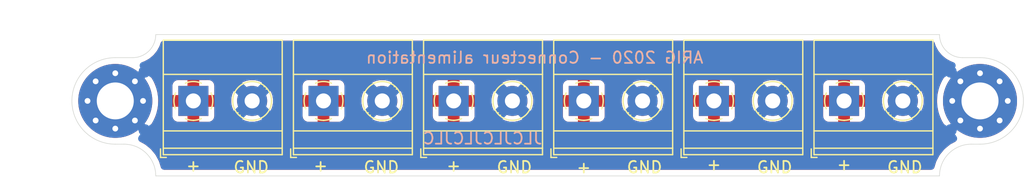
<source format=kicad_pcb>
(kicad_pcb (version 20171130) (host pcbnew 5.1.9-1.fc32)

  (general
    (thickness 1.6)
    (drawings 28)
    (tracks 0)
    (zones 0)
    (modules 8)
    (nets 3)
  )

  (page A4)
  (layers
    (0 F.Cu signal)
    (31 B.Cu signal)
    (32 B.Adhes user)
    (33 F.Adhes user)
    (34 B.Paste user)
    (35 F.Paste user)
    (36 B.SilkS user)
    (37 F.SilkS user)
    (38 B.Mask user)
    (39 F.Mask user)
    (40 Dwgs.User user)
    (41 Cmts.User user)
    (42 Eco1.User user)
    (43 Eco2.User user)
    (44 Edge.Cuts user)
    (45 Margin user)
    (46 B.CrtYd user)
    (47 F.CrtYd user)
    (48 B.Fab user hide)
    (49 F.Fab user hide)
  )

  (setup
    (last_trace_width 0.25)
    (trace_clearance 0.2)
    (zone_clearance 0.508)
    (zone_45_only no)
    (trace_min 0.2)
    (via_size 0.8)
    (via_drill 0.4)
    (via_min_size 0.4)
    (via_min_drill 0.3)
    (uvia_size 0.3)
    (uvia_drill 0.1)
    (uvias_allowed no)
    (uvia_min_size 0.2)
    (uvia_min_drill 0.1)
    (edge_width 0.05)
    (segment_width 0.2)
    (pcb_text_width 0.3)
    (pcb_text_size 1.5 1.5)
    (mod_edge_width 0.12)
    (mod_text_size 1 1)
    (mod_text_width 0.15)
    (pad_size 1.524 1.524)
    (pad_drill 0.762)
    (pad_to_mask_clearance 0)
    (aux_axis_origin 0 0)
    (visible_elements FFFFFF7F)
    (pcbplotparams
      (layerselection 0x010fc_ffffffff)
      (usegerberextensions false)
      (usegerberattributes true)
      (usegerberadvancedattributes true)
      (creategerberjobfile true)
      (excludeedgelayer true)
      (linewidth 0.100000)
      (plotframeref false)
      (viasonmask false)
      (mode 1)
      (useauxorigin false)
      (hpglpennumber 1)
      (hpglpenspeed 20)
      (hpglpendiameter 15.000000)
      (psnegative false)
      (psa4output false)
      (plotreference true)
      (plotvalue true)
      (plotinvisibletext false)
      (padsonsilk false)
      (subtractmaskfromsilk false)
      (outputformat 1)
      (mirror false)
      (drillshape 0)
      (scaleselection 1)
      (outputdirectory "target/gerber"))
  )

  (net 0 "")
  (net 1 GND)
  (net 2 +BATT)

  (net_class Default "This is the default net class."
    (clearance 0.2)
    (trace_width 0.25)
    (via_dia 0.8)
    (via_drill 0.4)
    (uvia_dia 0.3)
    (uvia_drill 0.1)
    (add_net +BATT)
    (add_net GND)
  )

  (module TerminalBlock_Phoenix:TerminalBlock_Phoenix_MKDS-1,5-2-5.08_1x02_P5.08mm_Horizontal (layer F.Cu) (tedit 5B294EBC) (tstamp 5FDF46DD)
    (at 145.75 85)
    (descr "Terminal Block Phoenix MKDS-1,5-2-5.08, 2 pins, pitch 5.08mm, size 10.2x9.8mm^2, drill diamater 1.3mm, pad diameter 2.6mm, see http://www.farnell.com/datasheets/100425.pdf, script-generated using https://github.com/pointhi/kicad-footprint-generator/scripts/TerminalBlock_Phoenix")
    (tags "THT Terminal Block Phoenix MKDS-1,5-2-5.08 pitch 5.08mm size 10.2x9.8mm^2 drill 1.3mm pad 2.6mm")
    (path /5FEA98CE)
    (fp_text reference J6 (at 2.54 -6.26) (layer F.SilkS) hide
      (effects (font (size 1 1) (thickness 0.15)))
    )
    (fp_text value Batt6 (at 2.54 5.66) (layer F.Fab)
      (effects (font (size 1 1) (thickness 0.15)))
    )
    (fp_circle (center 0 0) (end 1.5 0) (layer F.Fab) (width 0.1))
    (fp_circle (center 5.08 0) (end 6.58 0) (layer F.Fab) (width 0.1))
    (fp_circle (center 5.08 0) (end 6.76 0) (layer F.SilkS) (width 0.12))
    (fp_line (start -2.54 -5.2) (end 7.62 -5.2) (layer F.Fab) (width 0.1))
    (fp_line (start 7.62 -5.2) (end 7.62 4.6) (layer F.Fab) (width 0.1))
    (fp_line (start 7.62 4.6) (end -2.04 4.6) (layer F.Fab) (width 0.1))
    (fp_line (start -2.04 4.6) (end -2.54 4.1) (layer F.Fab) (width 0.1))
    (fp_line (start -2.54 4.1) (end -2.54 -5.2) (layer F.Fab) (width 0.1))
    (fp_line (start -2.54 4.1) (end 7.62 4.1) (layer F.Fab) (width 0.1))
    (fp_line (start -2.6 4.1) (end 7.68 4.1) (layer F.SilkS) (width 0.12))
    (fp_line (start -2.54 2.6) (end 7.62 2.6) (layer F.Fab) (width 0.1))
    (fp_line (start -2.6 2.6) (end 7.68 2.6) (layer F.SilkS) (width 0.12))
    (fp_line (start -2.54 -2.3) (end 7.62 -2.3) (layer F.Fab) (width 0.1))
    (fp_line (start -2.6 -2.301) (end 7.68 -2.301) (layer F.SilkS) (width 0.12))
    (fp_line (start -2.6 -5.261) (end 7.68 -5.261) (layer F.SilkS) (width 0.12))
    (fp_line (start -2.6 4.66) (end 7.68 4.66) (layer F.SilkS) (width 0.12))
    (fp_line (start -2.6 -5.261) (end -2.6 4.66) (layer F.SilkS) (width 0.12))
    (fp_line (start 7.68 -5.261) (end 7.68 4.66) (layer F.SilkS) (width 0.12))
    (fp_line (start 1.138 -0.955) (end -0.955 1.138) (layer F.Fab) (width 0.1))
    (fp_line (start 0.955 -1.138) (end -1.138 0.955) (layer F.Fab) (width 0.1))
    (fp_line (start 6.218 -0.955) (end 4.126 1.138) (layer F.Fab) (width 0.1))
    (fp_line (start 6.035 -1.138) (end 3.943 0.955) (layer F.Fab) (width 0.1))
    (fp_line (start 6.355 -1.069) (end 6.308 -1.023) (layer F.SilkS) (width 0.12))
    (fp_line (start 4.046 1.239) (end 4.011 1.274) (layer F.SilkS) (width 0.12))
    (fp_line (start 6.15 -1.275) (end 6.115 -1.239) (layer F.SilkS) (width 0.12))
    (fp_line (start 3.853 1.023) (end 3.806 1.069) (layer F.SilkS) (width 0.12))
    (fp_line (start -2.84 4.16) (end -2.84 4.9) (layer F.SilkS) (width 0.12))
    (fp_line (start -2.84 4.9) (end -2.34 4.9) (layer F.SilkS) (width 0.12))
    (fp_line (start -3.04 -5.71) (end -3.04 5.1) (layer F.CrtYd) (width 0.05))
    (fp_line (start -3.04 5.1) (end 8.13 5.1) (layer F.CrtYd) (width 0.05))
    (fp_line (start 8.13 5.1) (end 8.13 -5.71) (layer F.CrtYd) (width 0.05))
    (fp_line (start 8.13 -5.71) (end -3.04 -5.71) (layer F.CrtYd) (width 0.05))
    (fp_text user %R (at 2.54 3.2) (layer F.Fab)
      (effects (font (size 1 1) (thickness 0.15)))
    )
    (fp_arc (start 0 0) (end -0.684 1.535) (angle -25) (layer F.SilkS) (width 0.12))
    (fp_arc (start 0 0) (end -1.535 -0.684) (angle -48) (layer F.SilkS) (width 0.12))
    (fp_arc (start 0 0) (end 0.684 -1.535) (angle -48) (layer F.SilkS) (width 0.12))
    (fp_arc (start 0 0) (end 1.535 0.684) (angle -48) (layer F.SilkS) (width 0.12))
    (fp_arc (start 0 0) (end 0 1.68) (angle -24) (layer F.SilkS) (width 0.12))
    (pad 2 thru_hole circle (at 5.08 0) (size 2.6 2.6) (drill 1.3) (layers *.Cu *.Mask)
      (net 1 GND))
    (pad 1 thru_hole rect (at 0 0) (size 2.6 2.6) (drill 1.3) (layers *.Cu *.Mask)
      (net 2 +BATT))
    (model ${KISYS3DMOD}/TerminalBlock_Phoenix.3dshapes/TerminalBlock_Phoenix_MKDS-1,5-2-5.08_1x02_P5.08mm_Horizontal.wrl
      (at (xyz 0 0 0))
      (scale (xyz 1 1 1))
      (rotate (xyz 0 0 0))
    )
  )

  (module TerminalBlock_Phoenix:TerminalBlock_Phoenix_MKDS-1,5-2-5.08_1x02_P5.08mm_Horizontal (layer F.Cu) (tedit 5B294EBC) (tstamp 5FDF46B1)
    (at 134.5 85)
    (descr "Terminal Block Phoenix MKDS-1,5-2-5.08, 2 pins, pitch 5.08mm, size 10.2x9.8mm^2, drill diamater 1.3mm, pad diameter 2.6mm, see http://www.farnell.com/datasheets/100425.pdf, script-generated using https://github.com/pointhi/kicad-footprint-generator/scripts/TerminalBlock_Phoenix")
    (tags "THT Terminal Block Phoenix MKDS-1,5-2-5.08 pitch 5.08mm size 10.2x9.8mm^2 drill 1.3mm pad 2.6mm")
    (path /5FEA988A)
    (fp_text reference J5 (at 2.54 -6.26) (layer F.SilkS) hide
      (effects (font (size 1 1) (thickness 0.15)))
    )
    (fp_text value Batt2 (at 2.54 5.66) (layer F.Fab)
      (effects (font (size 1 1) (thickness 0.15)))
    )
    (fp_circle (center 0 0) (end 1.5 0) (layer F.Fab) (width 0.1))
    (fp_circle (center 5.08 0) (end 6.58 0) (layer F.Fab) (width 0.1))
    (fp_circle (center 5.08 0) (end 6.76 0) (layer F.SilkS) (width 0.12))
    (fp_line (start -2.54 -5.2) (end 7.62 -5.2) (layer F.Fab) (width 0.1))
    (fp_line (start 7.62 -5.2) (end 7.62 4.6) (layer F.Fab) (width 0.1))
    (fp_line (start 7.62 4.6) (end -2.04 4.6) (layer F.Fab) (width 0.1))
    (fp_line (start -2.04 4.6) (end -2.54 4.1) (layer F.Fab) (width 0.1))
    (fp_line (start -2.54 4.1) (end -2.54 -5.2) (layer F.Fab) (width 0.1))
    (fp_line (start -2.54 4.1) (end 7.62 4.1) (layer F.Fab) (width 0.1))
    (fp_line (start -2.6 4.1) (end 7.68 4.1) (layer F.SilkS) (width 0.12))
    (fp_line (start -2.54 2.6) (end 7.62 2.6) (layer F.Fab) (width 0.1))
    (fp_line (start -2.6 2.6) (end 7.68 2.6) (layer F.SilkS) (width 0.12))
    (fp_line (start -2.54 -2.3) (end 7.62 -2.3) (layer F.Fab) (width 0.1))
    (fp_line (start -2.6 -2.301) (end 7.68 -2.301) (layer F.SilkS) (width 0.12))
    (fp_line (start -2.6 -5.261) (end 7.68 -5.261) (layer F.SilkS) (width 0.12))
    (fp_line (start -2.6 4.66) (end 7.68 4.66) (layer F.SilkS) (width 0.12))
    (fp_line (start -2.6 -5.261) (end -2.6 4.66) (layer F.SilkS) (width 0.12))
    (fp_line (start 7.68 -5.261) (end 7.68 4.66) (layer F.SilkS) (width 0.12))
    (fp_line (start 1.138 -0.955) (end -0.955 1.138) (layer F.Fab) (width 0.1))
    (fp_line (start 0.955 -1.138) (end -1.138 0.955) (layer F.Fab) (width 0.1))
    (fp_line (start 6.218 -0.955) (end 4.126 1.138) (layer F.Fab) (width 0.1))
    (fp_line (start 6.035 -1.138) (end 3.943 0.955) (layer F.Fab) (width 0.1))
    (fp_line (start 6.355 -1.069) (end 6.308 -1.023) (layer F.SilkS) (width 0.12))
    (fp_line (start 4.046 1.239) (end 4.011 1.274) (layer F.SilkS) (width 0.12))
    (fp_line (start 6.15 -1.275) (end 6.115 -1.239) (layer F.SilkS) (width 0.12))
    (fp_line (start 3.853 1.023) (end 3.806 1.069) (layer F.SilkS) (width 0.12))
    (fp_line (start -2.84 4.16) (end -2.84 4.9) (layer F.SilkS) (width 0.12))
    (fp_line (start -2.84 4.9) (end -2.34 4.9) (layer F.SilkS) (width 0.12))
    (fp_line (start -3.04 -5.71) (end -3.04 5.1) (layer F.CrtYd) (width 0.05))
    (fp_line (start -3.04 5.1) (end 8.13 5.1) (layer F.CrtYd) (width 0.05))
    (fp_line (start 8.13 5.1) (end 8.13 -5.71) (layer F.CrtYd) (width 0.05))
    (fp_line (start 8.13 -5.71) (end -3.04 -5.71) (layer F.CrtYd) (width 0.05))
    (fp_text user %R (at 2.54 3.2) (layer F.Fab)
      (effects (font (size 1 1) (thickness 0.15)))
    )
    (fp_arc (start 0 0) (end -0.684 1.535) (angle -25) (layer F.SilkS) (width 0.12))
    (fp_arc (start 0 0) (end -1.535 -0.684) (angle -48) (layer F.SilkS) (width 0.12))
    (fp_arc (start 0 0) (end 0.684 -1.535) (angle -48) (layer F.SilkS) (width 0.12))
    (fp_arc (start 0 0) (end 1.535 0.684) (angle -48) (layer F.SilkS) (width 0.12))
    (fp_arc (start 0 0) (end 0 1.68) (angle -24) (layer F.SilkS) (width 0.12))
    (pad 2 thru_hole circle (at 5.08 0) (size 2.6 2.6) (drill 1.3) (layers *.Cu *.Mask)
      (net 1 GND))
    (pad 1 thru_hole rect (at 0 0) (size 2.6 2.6) (drill 1.3) (layers *.Cu *.Mask)
      (net 2 +BATT))
    (model ${KISYS3DMOD}/TerminalBlock_Phoenix.3dshapes/TerminalBlock_Phoenix_MKDS-1,5-2-5.08_1x02_P5.08mm_Horizontal.wrl
      (at (xyz 0 0 0))
      (scale (xyz 1 1 1))
      (rotate (xyz 0 0 0))
    )
  )

  (module TerminalBlock_Phoenix:TerminalBlock_Phoenix_MKDS-1,5-2-5.08_1x02_P5.08mm_Horizontal (layer F.Cu) (tedit 5B294EBC) (tstamp 5FDF4685)
    (at 123.25 85)
    (descr "Terminal Block Phoenix MKDS-1,5-2-5.08, 2 pins, pitch 5.08mm, size 10.2x9.8mm^2, drill diamater 1.3mm, pad diameter 2.6mm, see http://www.farnell.com/datasheets/100425.pdf, script-generated using https://github.com/pointhi/kicad-footprint-generator/scripts/TerminalBlock_Phoenix")
    (tags "THT Terminal Block Phoenix MKDS-1,5-2-5.08 pitch 5.08mm size 10.2x9.8mm^2 drill 1.3mm pad 2.6mm")
    (path /5FEA98AC)
    (fp_text reference J4 (at 2.54 -6.26) (layer F.SilkS) hide
      (effects (font (size 1 1) (thickness 0.15)))
    )
    (fp_text value Batt4 (at 2.54 5.66) (layer F.Fab)
      (effects (font (size 1 1) (thickness 0.15)))
    )
    (fp_circle (center 0 0) (end 1.5 0) (layer F.Fab) (width 0.1))
    (fp_circle (center 5.08 0) (end 6.58 0) (layer F.Fab) (width 0.1))
    (fp_circle (center 5.08 0) (end 6.76 0) (layer F.SilkS) (width 0.12))
    (fp_line (start -2.54 -5.2) (end 7.62 -5.2) (layer F.Fab) (width 0.1))
    (fp_line (start 7.62 -5.2) (end 7.62 4.6) (layer F.Fab) (width 0.1))
    (fp_line (start 7.62 4.6) (end -2.04 4.6) (layer F.Fab) (width 0.1))
    (fp_line (start -2.04 4.6) (end -2.54 4.1) (layer F.Fab) (width 0.1))
    (fp_line (start -2.54 4.1) (end -2.54 -5.2) (layer F.Fab) (width 0.1))
    (fp_line (start -2.54 4.1) (end 7.62 4.1) (layer F.Fab) (width 0.1))
    (fp_line (start -2.6 4.1) (end 7.68 4.1) (layer F.SilkS) (width 0.12))
    (fp_line (start -2.54 2.6) (end 7.62 2.6) (layer F.Fab) (width 0.1))
    (fp_line (start -2.6 2.6) (end 7.68 2.6) (layer F.SilkS) (width 0.12))
    (fp_line (start -2.54 -2.3) (end 7.62 -2.3) (layer F.Fab) (width 0.1))
    (fp_line (start -2.6 -2.301) (end 7.68 -2.301) (layer F.SilkS) (width 0.12))
    (fp_line (start -2.6 -5.261) (end 7.68 -5.261) (layer F.SilkS) (width 0.12))
    (fp_line (start -2.6 4.66) (end 7.68 4.66) (layer F.SilkS) (width 0.12))
    (fp_line (start -2.6 -5.261) (end -2.6 4.66) (layer F.SilkS) (width 0.12))
    (fp_line (start 7.68 -5.261) (end 7.68 4.66) (layer F.SilkS) (width 0.12))
    (fp_line (start 1.138 -0.955) (end -0.955 1.138) (layer F.Fab) (width 0.1))
    (fp_line (start 0.955 -1.138) (end -1.138 0.955) (layer F.Fab) (width 0.1))
    (fp_line (start 6.218 -0.955) (end 4.126 1.138) (layer F.Fab) (width 0.1))
    (fp_line (start 6.035 -1.138) (end 3.943 0.955) (layer F.Fab) (width 0.1))
    (fp_line (start 6.355 -1.069) (end 6.308 -1.023) (layer F.SilkS) (width 0.12))
    (fp_line (start 4.046 1.239) (end 4.011 1.274) (layer F.SilkS) (width 0.12))
    (fp_line (start 6.15 -1.275) (end 6.115 -1.239) (layer F.SilkS) (width 0.12))
    (fp_line (start 3.853 1.023) (end 3.806 1.069) (layer F.SilkS) (width 0.12))
    (fp_line (start -2.84 4.16) (end -2.84 4.9) (layer F.SilkS) (width 0.12))
    (fp_line (start -2.84 4.9) (end -2.34 4.9) (layer F.SilkS) (width 0.12))
    (fp_line (start -3.04 -5.71) (end -3.04 5.1) (layer F.CrtYd) (width 0.05))
    (fp_line (start -3.04 5.1) (end 8.13 5.1) (layer F.CrtYd) (width 0.05))
    (fp_line (start 8.13 5.1) (end 8.13 -5.71) (layer F.CrtYd) (width 0.05))
    (fp_line (start 8.13 -5.71) (end -3.04 -5.71) (layer F.CrtYd) (width 0.05))
    (fp_text user %R (at 2.54 3.2) (layer F.Fab)
      (effects (font (size 1 1) (thickness 0.15)))
    )
    (fp_arc (start 0 0) (end -0.684 1.535) (angle -25) (layer F.SilkS) (width 0.12))
    (fp_arc (start 0 0) (end -1.535 -0.684) (angle -48) (layer F.SilkS) (width 0.12))
    (fp_arc (start 0 0) (end 0.684 -1.535) (angle -48) (layer F.SilkS) (width 0.12))
    (fp_arc (start 0 0) (end 1.535 0.684) (angle -48) (layer F.SilkS) (width 0.12))
    (fp_arc (start 0 0) (end 0 1.68) (angle -24) (layer F.SilkS) (width 0.12))
    (pad 2 thru_hole circle (at 5.08 0) (size 2.6 2.6) (drill 1.3) (layers *.Cu *.Mask)
      (net 1 GND))
    (pad 1 thru_hole rect (at 0 0) (size 2.6 2.6) (drill 1.3) (layers *.Cu *.Mask)
      (net 2 +BATT))
    (model ${KISYS3DMOD}/TerminalBlock_Phoenix.3dshapes/TerminalBlock_Phoenix_MKDS-1,5-2-5.08_1x02_P5.08mm_Horizontal.wrl
      (at (xyz 0 0 0))
      (scale (xyz 1 1 1))
      (rotate (xyz 0 0 0))
    )
  )

  (module TerminalBlock_Phoenix:TerminalBlock_Phoenix_MKDS-1,5-2-5.08_1x02_P5.08mm_Horizontal (layer F.Cu) (tedit 5B294EBC) (tstamp 5FDF4659)
    (at 112 85)
    (descr "Terminal Block Phoenix MKDS-1,5-2-5.08, 2 pins, pitch 5.08mm, size 10.2x9.8mm^2, drill diamater 1.3mm, pad diameter 2.6mm, see http://www.farnell.com/datasheets/100425.pdf, script-generated using https://github.com/pointhi/kicad-footprint-generator/scripts/TerminalBlock_Phoenix")
    (tags "THT Terminal Block Phoenix MKDS-1,5-2-5.08 pitch 5.08mm size 10.2x9.8mm^2 drill 1.3mm pad 2.6mm")
    (path /5FEA6832)
    (fp_text reference J3 (at 2.54 -6.26) (layer F.SilkS) hide
      (effects (font (size 1 1) (thickness 0.15)))
    )
    (fp_text value Batt5 (at 2.54 5.66) (layer F.Fab)
      (effects (font (size 1 1) (thickness 0.15)))
    )
    (fp_circle (center 0 0) (end 1.5 0) (layer F.Fab) (width 0.1))
    (fp_circle (center 5.08 0) (end 6.58 0) (layer F.Fab) (width 0.1))
    (fp_circle (center 5.08 0) (end 6.76 0) (layer F.SilkS) (width 0.12))
    (fp_line (start -2.54 -5.2) (end 7.62 -5.2) (layer F.Fab) (width 0.1))
    (fp_line (start 7.62 -5.2) (end 7.62 4.6) (layer F.Fab) (width 0.1))
    (fp_line (start 7.62 4.6) (end -2.04 4.6) (layer F.Fab) (width 0.1))
    (fp_line (start -2.04 4.6) (end -2.54 4.1) (layer F.Fab) (width 0.1))
    (fp_line (start -2.54 4.1) (end -2.54 -5.2) (layer F.Fab) (width 0.1))
    (fp_line (start -2.54 4.1) (end 7.62 4.1) (layer F.Fab) (width 0.1))
    (fp_line (start -2.6 4.1) (end 7.68 4.1) (layer F.SilkS) (width 0.12))
    (fp_line (start -2.54 2.6) (end 7.62 2.6) (layer F.Fab) (width 0.1))
    (fp_line (start -2.6 2.6) (end 7.68 2.6) (layer F.SilkS) (width 0.12))
    (fp_line (start -2.54 -2.3) (end 7.62 -2.3) (layer F.Fab) (width 0.1))
    (fp_line (start -2.6 -2.301) (end 7.68 -2.301) (layer F.SilkS) (width 0.12))
    (fp_line (start -2.6 -5.261) (end 7.68 -5.261) (layer F.SilkS) (width 0.12))
    (fp_line (start -2.6 4.66) (end 7.68 4.66) (layer F.SilkS) (width 0.12))
    (fp_line (start -2.6 -5.261) (end -2.6 4.66) (layer F.SilkS) (width 0.12))
    (fp_line (start 7.68 -5.261) (end 7.68 4.66) (layer F.SilkS) (width 0.12))
    (fp_line (start 1.138 -0.955) (end -0.955 1.138) (layer F.Fab) (width 0.1))
    (fp_line (start 0.955 -1.138) (end -1.138 0.955) (layer F.Fab) (width 0.1))
    (fp_line (start 6.218 -0.955) (end 4.126 1.138) (layer F.Fab) (width 0.1))
    (fp_line (start 6.035 -1.138) (end 3.943 0.955) (layer F.Fab) (width 0.1))
    (fp_line (start 6.355 -1.069) (end 6.308 -1.023) (layer F.SilkS) (width 0.12))
    (fp_line (start 4.046 1.239) (end 4.011 1.274) (layer F.SilkS) (width 0.12))
    (fp_line (start 6.15 -1.275) (end 6.115 -1.239) (layer F.SilkS) (width 0.12))
    (fp_line (start 3.853 1.023) (end 3.806 1.069) (layer F.SilkS) (width 0.12))
    (fp_line (start -2.84 4.16) (end -2.84 4.9) (layer F.SilkS) (width 0.12))
    (fp_line (start -2.84 4.9) (end -2.34 4.9) (layer F.SilkS) (width 0.12))
    (fp_line (start -3.04 -5.71) (end -3.04 5.1) (layer F.CrtYd) (width 0.05))
    (fp_line (start -3.04 5.1) (end 8.13 5.1) (layer F.CrtYd) (width 0.05))
    (fp_line (start 8.13 5.1) (end 8.13 -5.71) (layer F.CrtYd) (width 0.05))
    (fp_line (start 8.13 -5.71) (end -3.04 -5.71) (layer F.CrtYd) (width 0.05))
    (fp_text user %R (at 2.54 3.2) (layer F.Fab)
      (effects (font (size 1 1) (thickness 0.15)))
    )
    (fp_arc (start 0 0) (end -0.684 1.535) (angle -25) (layer F.SilkS) (width 0.12))
    (fp_arc (start 0 0) (end -1.535 -0.684) (angle -48) (layer F.SilkS) (width 0.12))
    (fp_arc (start 0 0) (end 0.684 -1.535) (angle -48) (layer F.SilkS) (width 0.12))
    (fp_arc (start 0 0) (end 1.535 0.684) (angle -48) (layer F.SilkS) (width 0.12))
    (fp_arc (start 0 0) (end 0 1.68) (angle -24) (layer F.SilkS) (width 0.12))
    (pad 2 thru_hole circle (at 5.08 0) (size 2.6 2.6) (drill 1.3) (layers *.Cu *.Mask)
      (net 1 GND))
    (pad 1 thru_hole rect (at 0 0) (size 2.6 2.6) (drill 1.3) (layers *.Cu *.Mask)
      (net 2 +BATT))
    (model ${KISYS3DMOD}/TerminalBlock_Phoenix.3dshapes/TerminalBlock_Phoenix_MKDS-1,5-2-5.08_1x02_P5.08mm_Horizontal.wrl
      (at (xyz 0 0 0))
      (scale (xyz 1 1 1))
      (rotate (xyz 0 0 0))
    )
  )

  (module TerminalBlock_Phoenix:TerminalBlock_Phoenix_MKDS-1,5-2-5.08_1x02_P5.08mm_Horizontal (layer F.Cu) (tedit 5B294EBC) (tstamp 5FDF4DB4)
    (at 100.75 85)
    (descr "Terminal Block Phoenix MKDS-1,5-2-5.08, 2 pins, pitch 5.08mm, size 10.2x9.8mm^2, drill diamater 1.3mm, pad diameter 2.6mm, see http://www.farnell.com/datasheets/100425.pdf, script-generated using https://github.com/pointhi/kicad-footprint-generator/scripts/TerminalBlock_Phoenix")
    (tags "THT Terminal Block Phoenix MKDS-1,5-2-5.08 pitch 5.08mm size 10.2x9.8mm^2 drill 1.3mm pad 2.6mm")
    (path /5FEA42AA)
    (fp_text reference J2 (at 2.54 -6.26) (layer F.SilkS) hide
      (effects (font (size 1 1) (thickness 0.15)))
    )
    (fp_text value Batt3 (at 2.54 5.66) (layer F.Fab)
      (effects (font (size 1 1) (thickness 0.15)))
    )
    (fp_circle (center 0 0) (end 1.5 0) (layer F.Fab) (width 0.1))
    (fp_circle (center 5.08 0) (end 6.58 0) (layer F.Fab) (width 0.1))
    (fp_circle (center 5.08 0) (end 6.76 0) (layer F.SilkS) (width 0.12))
    (fp_line (start -2.54 -5.2) (end 7.62 -5.2) (layer F.Fab) (width 0.1))
    (fp_line (start 7.62 -5.2) (end 7.62 4.6) (layer F.Fab) (width 0.1))
    (fp_line (start 7.62 4.6) (end -2.04 4.6) (layer F.Fab) (width 0.1))
    (fp_line (start -2.04 4.6) (end -2.54 4.1) (layer F.Fab) (width 0.1))
    (fp_line (start -2.54 4.1) (end -2.54 -5.2) (layer F.Fab) (width 0.1))
    (fp_line (start -2.54 4.1) (end 7.62 4.1) (layer F.Fab) (width 0.1))
    (fp_line (start -2.6 4.1) (end 7.68 4.1) (layer F.SilkS) (width 0.12))
    (fp_line (start -2.54 2.6) (end 7.62 2.6) (layer F.Fab) (width 0.1))
    (fp_line (start -2.6 2.6) (end 7.68 2.6) (layer F.SilkS) (width 0.12))
    (fp_line (start -2.54 -2.3) (end 7.62 -2.3) (layer F.Fab) (width 0.1))
    (fp_line (start -2.6 -2.301) (end 7.68 -2.301) (layer F.SilkS) (width 0.12))
    (fp_line (start -2.6 -5.261) (end 7.68 -5.261) (layer F.SilkS) (width 0.12))
    (fp_line (start -2.6 4.66) (end 7.68 4.66) (layer F.SilkS) (width 0.12))
    (fp_line (start -2.6 -5.261) (end -2.6 4.66) (layer F.SilkS) (width 0.12))
    (fp_line (start 7.68 -5.261) (end 7.68 4.66) (layer F.SilkS) (width 0.12))
    (fp_line (start 1.138 -0.955) (end -0.955 1.138) (layer F.Fab) (width 0.1))
    (fp_line (start 0.955 -1.138) (end -1.138 0.955) (layer F.Fab) (width 0.1))
    (fp_line (start 6.218 -0.955) (end 4.126 1.138) (layer F.Fab) (width 0.1))
    (fp_line (start 6.035 -1.138) (end 3.943 0.955) (layer F.Fab) (width 0.1))
    (fp_line (start 6.355 -1.069) (end 6.308 -1.023) (layer F.SilkS) (width 0.12))
    (fp_line (start 4.046 1.239) (end 4.011 1.274) (layer F.SilkS) (width 0.12))
    (fp_line (start 6.15 -1.275) (end 6.115 -1.239) (layer F.SilkS) (width 0.12))
    (fp_line (start 3.853 1.023) (end 3.806 1.069) (layer F.SilkS) (width 0.12))
    (fp_line (start -2.84 4.16) (end -2.84 4.9) (layer F.SilkS) (width 0.12))
    (fp_line (start -2.84 4.9) (end -2.34 4.9) (layer F.SilkS) (width 0.12))
    (fp_line (start -3.04 -5.71) (end -3.04 5.1) (layer F.CrtYd) (width 0.05))
    (fp_line (start -3.04 5.1) (end 8.13 5.1) (layer F.CrtYd) (width 0.05))
    (fp_line (start 8.13 5.1) (end 8.13 -5.71) (layer F.CrtYd) (width 0.05))
    (fp_line (start 8.13 -5.71) (end -3.04 -5.71) (layer F.CrtYd) (width 0.05))
    (fp_text user %R (at 2.54 3.2) (layer F.Fab)
      (effects (font (size 1 1) (thickness 0.15)))
    )
    (fp_arc (start 0 0) (end -0.684 1.535) (angle -25) (layer F.SilkS) (width 0.12))
    (fp_arc (start 0 0) (end -1.535 -0.684) (angle -48) (layer F.SilkS) (width 0.12))
    (fp_arc (start 0 0) (end 0.684 -1.535) (angle -48) (layer F.SilkS) (width 0.12))
    (fp_arc (start 0 0) (end 1.535 0.684) (angle -48) (layer F.SilkS) (width 0.12))
    (fp_arc (start 0 0) (end 0 1.68) (angle -24) (layer F.SilkS) (width 0.12))
    (pad 2 thru_hole circle (at 5.08 0) (size 2.6 2.6) (drill 1.3) (layers *.Cu *.Mask)
      (net 1 GND))
    (pad 1 thru_hole rect (at 0 0) (size 2.6 2.6) (drill 1.3) (layers *.Cu *.Mask)
      (net 2 +BATT))
    (model ${KISYS3DMOD}/TerminalBlock_Phoenix.3dshapes/TerminalBlock_Phoenix_MKDS-1,5-2-5.08_1x02_P5.08mm_Horizontal.wrl
      (at (xyz 0 0 0))
      (scale (xyz 1 1 1))
      (rotate (xyz 0 0 0))
    )
  )

  (module TerminalBlock_Phoenix:TerminalBlock_Phoenix_MKDS-1,5-2-5.08_1x02_P5.08mm_Horizontal (layer F.Cu) (tedit 5B294EBC) (tstamp 5FDF4601)
    (at 89.5 85)
    (descr "Terminal Block Phoenix MKDS-1,5-2-5.08, 2 pins, pitch 5.08mm, size 10.2x9.8mm^2, drill diamater 1.3mm, pad diameter 2.6mm, see http://www.farnell.com/datasheets/100425.pdf, script-generated using https://github.com/pointhi/kicad-footprint-generator/scripts/TerminalBlock_Phoenix")
    (tags "THT Terminal Block Phoenix MKDS-1,5-2-5.08 pitch 5.08mm size 10.2x9.8mm^2 drill 1.3mm pad 2.6mm")
    (path /5FEA177C)
    (fp_text reference J1 (at 2.54 -6.26) (layer F.SilkS) hide
      (effects (font (size 1 1) (thickness 0.15)))
    )
    (fp_text value Batt1 (at 2.54 5.66) (layer F.Fab)
      (effects (font (size 1 1) (thickness 0.15)))
    )
    (fp_circle (center 0 0) (end 1.5 0) (layer F.Fab) (width 0.1))
    (fp_circle (center 5.08 0) (end 6.58 0) (layer F.Fab) (width 0.1))
    (fp_circle (center 5.08 0) (end 6.76 0) (layer F.SilkS) (width 0.12))
    (fp_line (start -2.54 -5.2) (end 7.62 -5.2) (layer F.Fab) (width 0.1))
    (fp_line (start 7.62 -5.2) (end 7.62 4.6) (layer F.Fab) (width 0.1))
    (fp_line (start 7.62 4.6) (end -2.04 4.6) (layer F.Fab) (width 0.1))
    (fp_line (start -2.04 4.6) (end -2.54 4.1) (layer F.Fab) (width 0.1))
    (fp_line (start -2.54 4.1) (end -2.54 -5.2) (layer F.Fab) (width 0.1))
    (fp_line (start -2.54 4.1) (end 7.62 4.1) (layer F.Fab) (width 0.1))
    (fp_line (start -2.6 4.1) (end 7.68 4.1) (layer F.SilkS) (width 0.12))
    (fp_line (start -2.54 2.6) (end 7.62 2.6) (layer F.Fab) (width 0.1))
    (fp_line (start -2.6 2.6) (end 7.68 2.6) (layer F.SilkS) (width 0.12))
    (fp_line (start -2.54 -2.3) (end 7.62 -2.3) (layer F.Fab) (width 0.1))
    (fp_line (start -2.6 -2.301) (end 7.68 -2.301) (layer F.SilkS) (width 0.12))
    (fp_line (start -2.6 -5.261) (end 7.68 -5.261) (layer F.SilkS) (width 0.12))
    (fp_line (start -2.6 4.66) (end 7.68 4.66) (layer F.SilkS) (width 0.12))
    (fp_line (start -2.6 -5.261) (end -2.6 4.66) (layer F.SilkS) (width 0.12))
    (fp_line (start 7.68 -5.261) (end 7.68 4.66) (layer F.SilkS) (width 0.12))
    (fp_line (start 1.138 -0.955) (end -0.955 1.138) (layer F.Fab) (width 0.1))
    (fp_line (start 0.955 -1.138) (end -1.138 0.955) (layer F.Fab) (width 0.1))
    (fp_line (start 6.218 -0.955) (end 4.126 1.138) (layer F.Fab) (width 0.1))
    (fp_line (start 6.035 -1.138) (end 3.943 0.955) (layer F.Fab) (width 0.1))
    (fp_line (start 6.355 -1.069) (end 6.308 -1.023) (layer F.SilkS) (width 0.12))
    (fp_line (start 4.046 1.239) (end 4.011 1.274) (layer F.SilkS) (width 0.12))
    (fp_line (start 6.15 -1.275) (end 6.115 -1.239) (layer F.SilkS) (width 0.12))
    (fp_line (start 3.853 1.023) (end 3.806 1.069) (layer F.SilkS) (width 0.12))
    (fp_line (start -2.84 4.16) (end -2.84 4.9) (layer F.SilkS) (width 0.12))
    (fp_line (start -2.84 4.9) (end -2.34 4.9) (layer F.SilkS) (width 0.12))
    (fp_line (start -3.04 -5.71) (end -3.04 5.1) (layer F.CrtYd) (width 0.05))
    (fp_line (start -3.04 5.1) (end 8.13 5.1) (layer F.CrtYd) (width 0.05))
    (fp_line (start 8.13 5.1) (end 8.13 -5.71) (layer F.CrtYd) (width 0.05))
    (fp_line (start 8.13 -5.71) (end -3.04 -5.71) (layer F.CrtYd) (width 0.05))
    (fp_text user %R (at 2.54 3.2) (layer F.Fab)
      (effects (font (size 1 1) (thickness 0.15)))
    )
    (fp_arc (start 0 0) (end -0.684 1.535) (angle -25) (layer F.SilkS) (width 0.12))
    (fp_arc (start 0 0) (end -1.535 -0.684) (angle -48) (layer F.SilkS) (width 0.12))
    (fp_arc (start 0 0) (end 0.684 -1.535) (angle -48) (layer F.SilkS) (width 0.12))
    (fp_arc (start 0 0) (end 1.535 0.684) (angle -48) (layer F.SilkS) (width 0.12))
    (fp_arc (start 0 0) (end 0 1.68) (angle -24) (layer F.SilkS) (width 0.12))
    (pad 2 thru_hole circle (at 5.08 0) (size 2.6 2.6) (drill 1.3) (layers *.Cu *.Mask)
      (net 1 GND))
    (pad 1 thru_hole rect (at 0 0) (size 2.6 2.6) (drill 1.3) (layers *.Cu *.Mask)
      (net 2 +BATT))
    (model ${KISYS3DMOD}/TerminalBlock_Phoenix.3dshapes/TerminalBlock_Phoenix_MKDS-1,5-2-5.08_1x02_P5.08mm_Horizontal.wrl
      (at (xyz 0 0 0))
      (scale (xyz 1 1 1))
      (rotate (xyz 0 0 0))
    )
  )

  (module MountingHole:MountingHole_3.2mm_M3_Pad_Via (layer F.Cu) (tedit 56DDBCCA) (tstamp 5FDF45D5)
    (at 157.5 85)
    (descr "Mounting Hole 3.2mm, M3")
    (tags "mounting hole 3.2mm m3")
    (path /5FEB488F)
    (attr virtual)
    (fp_text reference H2 (at 0 -4.2) (layer F.SilkS) hide
      (effects (font (size 1 1) (thickness 0.15)))
    )
    (fp_text value MountingHole_Pad (at 0 4.2) (layer F.Fab)
      (effects (font (size 1 1) (thickness 0.15)))
    )
    (fp_circle (center 0 0) (end 3.2 0) (layer Cmts.User) (width 0.15))
    (fp_circle (center 0 0) (end 3.45 0) (layer F.CrtYd) (width 0.05))
    (fp_text user %R (at 0.3 0) (layer F.Fab)
      (effects (font (size 1 1) (thickness 0.15)))
    )
    (pad 1 thru_hole circle (at 1.697056 -1.697056) (size 0.8 0.8) (drill 0.5) (layers *.Cu *.Mask)
      (net 1 GND))
    (pad 1 thru_hole circle (at 0 -2.4) (size 0.8 0.8) (drill 0.5) (layers *.Cu *.Mask)
      (net 1 GND))
    (pad 1 thru_hole circle (at -1.697056 -1.697056) (size 0.8 0.8) (drill 0.5) (layers *.Cu *.Mask)
      (net 1 GND))
    (pad 1 thru_hole circle (at -2.4 0) (size 0.8 0.8) (drill 0.5) (layers *.Cu *.Mask)
      (net 1 GND))
    (pad 1 thru_hole circle (at -1.697056 1.697056) (size 0.8 0.8) (drill 0.5) (layers *.Cu *.Mask)
      (net 1 GND))
    (pad 1 thru_hole circle (at 0 2.4) (size 0.8 0.8) (drill 0.5) (layers *.Cu *.Mask)
      (net 1 GND))
    (pad 1 thru_hole circle (at 1.697056 1.697056) (size 0.8 0.8) (drill 0.5) (layers *.Cu *.Mask)
      (net 1 GND))
    (pad 1 thru_hole circle (at 2.4 0) (size 0.8 0.8) (drill 0.5) (layers *.Cu *.Mask)
      (net 1 GND))
    (pad 1 thru_hole circle (at 0 0) (size 6.4 6.4) (drill 3.2) (layers *.Cu *.Mask)
      (net 1 GND))
  )

  (module MountingHole:MountingHole_3.2mm_M3_Pad_Via (layer F.Cu) (tedit 56DDBCCA) (tstamp 5FDF45C5)
    (at 82.75 85)
    (descr "Mounting Hole 3.2mm, M3")
    (tags "mounting hole 3.2mm m3")
    (path /5FEB3519)
    (attr virtual)
    (fp_text reference H1 (at 0 -4.2) (layer F.SilkS) hide
      (effects (font (size 1 1) (thickness 0.15)))
    )
    (fp_text value MountingHole_Pad (at 0 4.2) (layer F.Fab)
      (effects (font (size 1 1) (thickness 0.15)))
    )
    (fp_circle (center 0 0) (end 3.2 0) (layer Cmts.User) (width 0.15))
    (fp_circle (center 0 0) (end 3.45 0) (layer F.CrtYd) (width 0.05))
    (fp_text user %R (at 0.3 0) (layer F.Fab)
      (effects (font (size 1 1) (thickness 0.15)))
    )
    (pad 1 thru_hole circle (at 1.697056 -1.697056) (size 0.8 0.8) (drill 0.5) (layers *.Cu *.Mask)
      (net 1 GND))
    (pad 1 thru_hole circle (at 0 -2.4) (size 0.8 0.8) (drill 0.5) (layers *.Cu *.Mask)
      (net 1 GND))
    (pad 1 thru_hole circle (at -1.697056 -1.697056) (size 0.8 0.8) (drill 0.5) (layers *.Cu *.Mask)
      (net 1 GND))
    (pad 1 thru_hole circle (at -2.4 0) (size 0.8 0.8) (drill 0.5) (layers *.Cu *.Mask)
      (net 1 GND))
    (pad 1 thru_hole circle (at -1.697056 1.697056) (size 0.8 0.8) (drill 0.5) (layers *.Cu *.Mask)
      (net 1 GND))
    (pad 1 thru_hole circle (at 0 2.4) (size 0.8 0.8) (drill 0.5) (layers *.Cu *.Mask)
      (net 1 GND))
    (pad 1 thru_hole circle (at 1.697056 1.697056) (size 0.8 0.8) (drill 0.5) (layers *.Cu *.Mask)
      (net 1 GND))
    (pad 1 thru_hole circle (at 2.4 0) (size 0.8 0.8) (drill 0.5) (layers *.Cu *.Mask)
      (net 1 GND))
    (pad 1 thru_hole circle (at 0 0) (size 6.4 6.4) (drill 3.2) (layers *.Cu *.Mask)
      (net 1 GND))
  )

  (gr_text JLCJLCJLCJLC (at 114.5 88.25) (layer B.SilkS)
    (effects (font (size 1 1) (thickness 0.15)) (justify mirror))
  )
  (dimension 12.25 (width 0.15) (layer Eco1.User)
    (gr_text "12,250 mm" (at 76.450001 85.375 270) (layer Eco1.User)
      (effects (font (size 1 1) (thickness 0.15)))
    )
    (feature1 (pts (xy 79 91.5) (xy 77.16358 91.5)))
    (feature2 (pts (xy 79 79.25) (xy 77.16358 79.25)))
    (crossbar (pts (xy 77.750001 79.25) (xy 77.750001 91.5)))
    (arrow1a (pts (xy 77.750001 91.5) (xy 77.16358 90.373496)))
    (arrow1b (pts (xy 77.750001 91.5) (xy 78.336422 90.373496)))
    (arrow2a (pts (xy 77.750001 79.25) (xy 77.16358 80.376504)))
    (arrow2b (pts (xy 77.750001 79.25) (xy 78.336422 80.376504)))
  )
  (dimension 82.25 (width 0.15) (layer Eco1.User)
    (gr_text "82,250 mm" (at 120.125 76.950001) (layer Eco1.User)
      (effects (font (size 1 1) (thickness 0.15)))
    )
    (feature1 (pts (xy 79 85) (xy 79 77.66358)))
    (feature2 (pts (xy 161.25 85) (xy 161.25 77.66358)))
    (crossbar (pts (xy 161.25 78.250001) (xy 79 78.250001)))
    (arrow1a (pts (xy 79 78.250001) (xy 80.126504 77.66358)))
    (arrow1b (pts (xy 79 78.250001) (xy 80.126504 78.836422)))
    (arrow2a (pts (xy 161.25 78.250001) (xy 160.123496 77.66358)))
    (arrow2b (pts (xy 161.25 78.250001) (xy 160.123496 78.836422)))
  )
  (gr_line (start 156.75 88.75) (end 157.5 88.75) (layer Edge.Cuts) (width 0.05) (tstamp 5FDF57C2))
  (gr_line (start 156 81.25) (end 157.5 81.25) (layer Edge.Cuts) (width 0.05) (tstamp 5FDF57C1))
  (gr_arc (start 156 79.25) (end 154 79.25) (angle -90) (layer Edge.Cuts) (width 0.05))
  (gr_arc (start 157.5 85) (end 157.5 88.75) (angle -180) (layer Edge.Cuts) (width 0.05))
  (gr_arc (start 156.75 91.5) (end 156.75 88.75) (angle -90) (layer Edge.Cuts) (width 0.05))
  (gr_line (start 82.75 88.75) (end 83.5 88.75) (layer Edge.Cuts) (width 0.05) (tstamp 5FDF57C0))
  (gr_arc (start 83.5 91.5) (end 86.25 91.5) (angle -90) (layer Edge.Cuts) (width 0.05))
  (gr_line (start 82.75 81.25) (end 84.25 81.25) (layer Edge.Cuts) (width 0.05) (tstamp 5FDF57BD))
  (gr_arc (start 84.25 79.25) (end 84.25 81.25) (angle -90) (layer Edge.Cuts) (width 0.05))
  (gr_line (start 154 79.25) (end 86.25 79.25) (layer Edge.Cuts) (width 0.05))
  (gr_line (start 86.25 91.5) (end 154 91.5) (layer Edge.Cuts) (width 0.05))
  (gr_arc (start 82.75 85) (end 82.75 81.25) (angle -180) (layer Edge.Cuts) (width 0.05))
  (gr_text + (at 112 90.75 180) (layer F.SilkS) (tstamp 5FDF53F6)
    (effects (font (size 1 1) (thickness 0.15)))
  )
  (gr_text + (at 100.5 90.75 180) (layer F.SilkS) (tstamp 5FDF53F4)
    (effects (font (size 1 1) (thickness 0.15)))
  )
  (gr_text + (at 89.5 90.75 180) (layer F.SilkS) (tstamp 5FDF53F2)
    (effects (font (size 1 1) (thickness 0.15)))
  )
  (gr_text + (at 145.75 90.5) (layer F.SilkS) (tstamp 5FDF53F0)
    (effects (font (size 1 1) (thickness 0.15)))
  )
  (gr_text + (at 134.5 90.5) (layer F.SilkS) (tstamp 5FDF53EE)
    (effects (font (size 1 1) (thickness 0.15)))
  )
  (gr_text + (at 123.25 90.75) (layer F.SilkS) (tstamp 5FDF53E9)
    (effects (font (size 1 1) (thickness 0.15)))
  )
  (gr_text GND (at 117.25 90.75) (layer F.SilkS) (tstamp 5FDF53E7)
    (effects (font (size 1 1) (thickness 0.15)))
  )
  (gr_text GND (at 105.75 90.75) (layer F.SilkS) (tstamp 5FDF53E5)
    (effects (font (size 1 1) (thickness 0.15)))
  )
  (gr_text GND (at 94.5 90.75) (layer F.SilkS) (tstamp 5FDF53E0)
    (effects (font (size 1 1) (thickness 0.15)))
  )
  (gr_text GND (at 151 90.75) (layer F.SilkS) (tstamp 5FDF53DE)
    (effects (font (size 1 1) (thickness 0.15)))
  )
  (gr_text GND (at 139.75 90.75) (layer F.SilkS) (tstamp 5FDF53DC)
    (effects (font (size 1 1) (thickness 0.15)))
  )
  (gr_text GND (at 128.5 90.75) (layer F.SilkS)
    (effects (font (size 1 1) (thickness 0.15)))
  )
  (gr_text "ARIG 2020 - Connecteur alimentation" (at 119 81.25) (layer B.SilkS)
    (effects (font (size 1 1) (thickness 0.15)) (justify mirror))
  )

  (zone (net 1) (net_name GND) (layer B.Cu) (tstamp 60298827) (hatch edge 0.508)
    (connect_pads (clearance 0.508))
    (min_thickness 0.61)
    (fill yes (arc_segments 32) (thermal_gap 0.508) (thermal_bridge_width 1.016))
    (polygon
      (pts
        (xy 161.25 91.5) (xy 79 91.5) (xy 79 79.25) (xy 161.25 79.25)
      )
    )
    (filled_polygon
      (pts
        (xy 153.355751 80.272834) (xy 153.385166 80.342808) (xy 153.413636 80.413273) (xy 153.419128 80.423603) (xy 153.604779 80.766959)
        (xy 153.647254 80.82993) (xy 153.688841 80.893481) (xy 153.696236 80.902548) (xy 153.945043 81.203303) (xy 153.998919 81.256804)
        (xy 154.052076 81.311086) (xy 154.061091 81.318544) (xy 154.363576 81.565245) (xy 154.42683 81.607271) (xy 154.489507 81.650186)
        (xy 154.499799 81.655752) (xy 154.84444 81.839001) (xy 154.914632 81.867932) (xy 154.984474 81.897866) (xy 154.995651 81.901326)
        (xy 155.089928 81.92979) (xy 154.93972 82.152635) (xy 155.161079 82.373994) (xy 155.155117 82.520767) (xy 155.802944 83.168594)
        (xy 155.879312 83.092227) (xy 156.013662 83.226577) (xy 155.937294 83.302944) (xy 156.585121 83.950771) (xy 156.731894 83.944809)
        (xy 157.5 84.712915) (xy 157.514143 84.698773) (xy 157.801228 84.985858) (xy 157.787085 85) (xy 157.801228 85.014143)
        (xy 157.514143 85.301228) (xy 157.5 85.287085) (xy 156.731894 86.055191) (xy 156.585121 86.049229) (xy 155.937294 86.697056)
        (xy 156.013662 86.773424) (xy 155.879312 86.907774) (xy 155.802944 86.831406) (xy 155.155117 87.479233) (xy 155.161079 87.626006)
        (xy 154.93972 87.847365) (xy 155.220052 88.263258) (xy 154.813646 88.483002) (xy 154.750711 88.525453) (xy 154.687127 88.567061)
        (xy 154.67806 88.574456) (xy 154.26452 88.916565) (xy 154.211033 88.970427) (xy 154.156734 89.023601) (xy 154.149276 89.032616)
        (xy 153.810063 89.448533) (xy 153.768027 89.511803) (xy 153.725123 89.574463) (xy 153.719557 89.584755) (xy 153.467589 90.058638)
        (xy 153.438664 90.128816) (xy 153.408724 90.198671) (xy 153.405264 90.209848) (xy 153.268752 90.662) (xy 86.982829 90.662)
        (xy 86.835647 90.186529) (xy 86.806219 90.116523) (xy 86.777762 90.046089) (xy 86.772269 90.035758) (xy 86.516998 89.563646)
        (xy 86.474547 89.500711) (xy 86.432939 89.437127) (xy 86.425544 89.42806) (xy 86.083435 89.01452) (xy 86.029573 88.961033)
        (xy 85.976399 88.906734) (xy 85.967384 88.899276) (xy 85.551467 88.560063) (xy 85.488197 88.518027) (xy 85.425537 88.475123)
        (xy 85.415245 88.469557) (xy 85.029237 88.264313) (xy 85.31028 87.847365) (xy 85.088921 87.626006) (xy 85.094883 87.479233)
        (xy 84.447056 86.831406) (xy 84.370689 86.907774) (xy 84.236339 86.773424) (xy 84.312706 86.697056) (xy 83.664879 86.049229)
        (xy 83.518106 86.055191) (xy 82.75 85.287085) (xy 82.735858 85.301228) (xy 82.448773 85.014143) (xy 82.462915 85)
        (xy 83.037085 85) (xy 83.805191 85.768106) (xy 83.799229 85.914879) (xy 84.447056 86.562706) (xy 84.523424 86.486339)
        (xy 84.657774 86.620689) (xy 84.581406 86.697056) (xy 85.229233 87.344883) (xy 85.376006 87.338921) (xy 85.597365 87.56028)
        (xy 86.127478 87.202959) (xy 86.492357 86.501717) (xy 86.713419 85.742764) (xy 86.782169 84.955267) (xy 86.695965 84.16949)
        (xy 86.54784 83.7) (xy 87.383067 83.7) (xy 87.383067 86.3) (xy 87.398764 86.459376) (xy 87.445252 86.612627)
        (xy 87.520745 86.753864) (xy 87.622341 86.877659) (xy 87.746136 86.979255) (xy 87.887373 87.054748) (xy 88.040624 87.101236)
        (xy 88.2 87.116933) (xy 90.8 87.116933) (xy 90.959376 87.101236) (xy 91.112627 87.054748) (xy 91.253864 86.979255)
        (xy 91.377659 86.877659) (xy 91.479255 86.753864) (xy 91.554748 86.612627) (xy 91.590866 86.493559) (xy 93.373526 86.493559)
        (xy 93.501949 86.829176) (xy 93.879517 87.004346) (xy 94.284006 87.102491) (xy 94.699869 87.119838) (xy 95.111126 87.05572)
        (xy 95.501971 86.912602) (xy 95.658051 86.829176) (xy 95.786474 86.493559) (xy 94.58 85.287085) (xy 93.373526 86.493559)
        (xy 91.590866 86.493559) (xy 91.601236 86.459376) (xy 91.616933 86.3) (xy 91.616933 85.119869) (xy 92.460162 85.119869)
        (xy 92.52428 85.531126) (xy 92.667398 85.921971) (xy 92.750824 86.078051) (xy 93.086441 86.206474) (xy 94.292915 85)
        (xy 94.867085 85) (xy 96.073559 86.206474) (xy 96.409176 86.078051) (xy 96.584346 85.700483) (xy 96.682491 85.295994)
        (xy 96.699838 84.880131) (xy 96.63572 84.468874) (xy 96.492602 84.078029) (xy 96.409176 83.921949) (xy 96.073559 83.793526)
        (xy 94.867085 85) (xy 94.292915 85) (xy 93.086441 83.793526) (xy 92.750824 83.921949) (xy 92.575654 84.299517)
        (xy 92.477509 84.704006) (xy 92.460162 85.119869) (xy 91.616933 85.119869) (xy 91.616933 83.7) (xy 91.601236 83.540624)
        (xy 91.590867 83.506441) (xy 93.373526 83.506441) (xy 94.58 84.712915) (xy 95.592915 83.7) (xy 98.633067 83.7)
        (xy 98.633067 86.3) (xy 98.648764 86.459376) (xy 98.695252 86.612627) (xy 98.770745 86.753864) (xy 98.872341 86.877659)
        (xy 98.996136 86.979255) (xy 99.137373 87.054748) (xy 99.290624 87.101236) (xy 99.45 87.116933) (xy 102.05 87.116933)
        (xy 102.209376 87.101236) (xy 102.362627 87.054748) (xy 102.503864 86.979255) (xy 102.627659 86.877659) (xy 102.729255 86.753864)
        (xy 102.804748 86.612627) (xy 102.840866 86.493559) (xy 104.623526 86.493559) (xy 104.751949 86.829176) (xy 105.129517 87.004346)
        (xy 105.534006 87.102491) (xy 105.949869 87.119838) (xy 106.361126 87.05572) (xy 106.751971 86.912602) (xy 106.908051 86.829176)
        (xy 107.036474 86.493559) (xy 105.83 85.287085) (xy 104.623526 86.493559) (xy 102.840866 86.493559) (xy 102.851236 86.459376)
        (xy 102.866933 86.3) (xy 102.866933 85.119869) (xy 103.710162 85.119869) (xy 103.77428 85.531126) (xy 103.917398 85.921971)
        (xy 104.000824 86.078051) (xy 104.336441 86.206474) (xy 105.542915 85) (xy 106.117085 85) (xy 107.323559 86.206474)
        (xy 107.659176 86.078051) (xy 107.834346 85.700483) (xy 107.932491 85.295994) (xy 107.949838 84.880131) (xy 107.88572 84.468874)
        (xy 107.742602 84.078029) (xy 107.659176 83.921949) (xy 107.323559 83.793526) (xy 106.117085 85) (xy 105.542915 85)
        (xy 104.336441 83.793526) (xy 104.000824 83.921949) (xy 103.825654 84.299517) (xy 103.727509 84.704006) (xy 103.710162 85.119869)
        (xy 102.866933 85.119869) (xy 102.866933 83.7) (xy 102.851236 83.540624) (xy 102.840867 83.506441) (xy 104.623526 83.506441)
        (xy 105.83 84.712915) (xy 106.842915 83.7) (xy 109.883067 83.7) (xy 109.883067 86.3) (xy 109.898764 86.459376)
        (xy 109.945252 86.612627) (xy 110.020745 86.753864) (xy 110.122341 86.877659) (xy 110.246136 86.979255) (xy 110.387373 87.054748)
        (xy 110.540624 87.101236) (xy 110.7 87.116933) (xy 113.3 87.116933) (xy 113.459376 87.101236) (xy 113.612627 87.054748)
        (xy 113.753864 86.979255) (xy 113.877659 86.877659) (xy 113.979255 86.753864) (xy 114.054748 86.612627) (xy 114.090866 86.493559)
        (xy 115.873526 86.493559) (xy 116.001949 86.829176) (xy 116.379517 87.004346) (xy 116.784006 87.102491) (xy 117.199869 87.119838)
        (xy 117.611126 87.05572) (xy 118.001971 86.912602) (xy 118.158051 86.829176) (xy 118.286474 86.493559) (xy 117.08 85.287085)
        (xy 115.873526 86.493559) (xy 114.090866 86.493559) (xy 114.101236 86.459376) (xy 114.116933 86.3) (xy 114.116933 85.119869)
        (xy 114.960162 85.119869) (xy 115.02428 85.531126) (xy 115.167398 85.921971) (xy 115.250824 86.078051) (xy 115.586441 86.206474)
        (xy 116.792915 85) (xy 117.367085 85) (xy 118.573559 86.206474) (xy 118.909176 86.078051) (xy 119.084346 85.700483)
        (xy 119.182491 85.295994) (xy 119.199838 84.880131) (xy 119.13572 84.468874) (xy 118.992602 84.078029) (xy 118.909176 83.921949)
        (xy 118.573559 83.793526) (xy 117.367085 85) (xy 116.792915 85) (xy 115.586441 83.793526) (xy 115.250824 83.921949)
        (xy 115.075654 84.299517) (xy 114.977509 84.704006) (xy 114.960162 85.119869) (xy 114.116933 85.119869) (xy 114.116933 83.7)
        (xy 114.101236 83.540624) (xy 114.090867 83.506441) (xy 115.873526 83.506441) (xy 117.08 84.712915) (xy 118.092915 83.7)
        (xy 121.133067 83.7) (xy 121.133067 86.3) (xy 121.148764 86.459376) (xy 121.195252 86.612627) (xy 121.270745 86.753864)
        (xy 121.372341 86.877659) (xy 121.496136 86.979255) (xy 121.637373 87.054748) (xy 121.790624 87.101236) (xy 121.95 87.116933)
        (xy 124.55 87.116933) (xy 124.709376 87.101236) (xy 124.862627 87.054748) (xy 125.003864 86.979255) (xy 125.127659 86.877659)
        (xy 125.229255 86.753864) (xy 125.304748 86.612627) (xy 125.340866 86.493559) (xy 127.123526 86.493559) (xy 127.251949 86.829176)
        (xy 127.629517 87.004346) (xy 128.034006 87.102491) (xy 128.449869 87.119838) (xy 128.861126 87.05572) (xy 129.251971 86.912602)
        (xy 129.408051 86.829176) (xy 129.536474 86.493559) (xy 128.33 85.287085) (xy 127.123526 86.493559) (xy 125.340866 86.493559)
        (xy 125.351236 86.459376) (xy 125.366933 86.3) (xy 125.366933 85.119869) (xy 126.210162 85.119869) (xy 126.27428 85.531126)
        (xy 126.417398 85.921971) (xy 126.500824 86.078051) (xy 126.836441 86.206474) (xy 128.042915 85) (xy 128.617085 85)
        (xy 129.823559 86.206474) (xy 130.159176 86.078051) (xy 130.334346 85.700483) (xy 130.432491 85.295994) (xy 130.449838 84.880131)
        (xy 130.38572 84.468874) (xy 130.242602 84.078029) (xy 130.159176 83.921949) (xy 129.823559 83.793526) (xy 128.617085 85)
        (xy 128.042915 85) (xy 126.836441 83.793526) (xy 126.500824 83.921949) (xy 126.325654 84.299517) (xy 126.227509 84.704006)
        (xy 126.210162 85.119869) (xy 125.366933 85.119869) (xy 125.366933 83.7) (xy 125.351236 83.540624) (xy 125.340867 83.506441)
        (xy 127.123526 83.506441) (xy 128.33 84.712915) (xy 129.342915 83.7) (xy 132.383067 83.7) (xy 132.383067 86.3)
        (xy 132.398764 86.459376) (xy 132.445252 86.612627) (xy 132.520745 86.753864) (xy 132.622341 86.877659) (xy 132.746136 86.979255)
        (xy 132.887373 87.054748) (xy 133.040624 87.101236) (xy 133.2 87.116933) (xy 135.8 87.116933) (xy 135.959376 87.101236)
        (xy 136.112627 87.054748) (xy 136.253864 86.979255) (xy 136.377659 86.877659) (xy 136.479255 86.753864) (xy 136.554748 86.612627)
        (xy 136.590866 86.493559) (xy 138.373526 86.493559) (xy 138.501949 86.829176) (xy 138.879517 87.004346) (xy 139.284006 87.102491)
        (xy 139.699869 87.119838) (xy 140.111126 87.05572) (xy 140.501971 86.912602) (xy 140.658051 86.829176) (xy 140.786474 86.493559)
        (xy 139.58 85.287085) (xy 138.373526 86.493559) (xy 136.590866 86.493559) (xy 136.601236 86.459376) (xy 136.616933 86.3)
        (xy 136.616933 85.119869) (xy 137.460162 85.119869) (xy 137.52428 85.531126) (xy 137.667398 85.921971) (xy 137.750824 86.078051)
        (xy 138.086441 86.206474) (xy 139.292915 85) (xy 139.867085 85) (xy 141.073559 86.206474) (xy 141.409176 86.078051)
        (xy 141.584346 85.700483) (xy 141.682491 85.295994) (xy 141.699838 84.880131) (xy 141.63572 84.468874) (xy 141.492602 84.078029)
        (xy 141.409176 83.921949) (xy 141.073559 83.793526) (xy 139.867085 85) (xy 139.292915 85) (xy 138.086441 83.793526)
        (xy 137.750824 83.921949) (xy 137.575654 84.299517) (xy 137.477509 84.704006) (xy 137.460162 85.119869) (xy 136.616933 85.119869)
        (xy 136.616933 83.7) (xy 136.601236 83.540624) (xy 136.590867 83.506441) (xy 138.373526 83.506441) (xy 139.58 84.712915)
        (xy 140.592915 83.7) (xy 143.633067 83.7) (xy 143.633067 86.3) (xy 143.648764 86.459376) (xy 143.695252 86.612627)
        (xy 143.770745 86.753864) (xy 143.872341 86.877659) (xy 143.996136 86.979255) (xy 144.137373 87.054748) (xy 144.290624 87.101236)
        (xy 144.45 87.116933) (xy 147.05 87.116933) (xy 147.209376 87.101236) (xy 147.362627 87.054748) (xy 147.503864 86.979255)
        (xy 147.627659 86.877659) (xy 147.729255 86.753864) (xy 147.804748 86.612627) (xy 147.840866 86.493559) (xy 149.623526 86.493559)
        (xy 149.751949 86.829176) (xy 150.129517 87.004346) (xy 150.534006 87.102491) (xy 150.949869 87.119838) (xy 151.361126 87.05572)
        (xy 151.751971 86.912602) (xy 151.908051 86.829176) (xy 152.036474 86.493559) (xy 150.83 85.287085) (xy 149.623526 86.493559)
        (xy 147.840866 86.493559) (xy 147.851236 86.459376) (xy 147.866933 86.3) (xy 147.866933 85.119869) (xy 148.710162 85.119869)
        (xy 148.77428 85.531126) (xy 148.917398 85.921971) (xy 149.000824 86.078051) (xy 149.336441 86.206474) (xy 150.542915 85)
        (xy 151.117085 85) (xy 152.323559 86.206474) (xy 152.659176 86.078051) (xy 152.834346 85.700483) (xy 152.932491 85.295994)
        (xy 152.942971 85.044733) (xy 153.467831 85.044733) (xy 153.554035 85.83051) (xy 153.79188 86.584372) (xy 154.122522 87.202959)
        (xy 154.652635 87.56028) (xy 154.873994 87.338921) (xy 155.020767 87.344883) (xy 155.668594 86.697056) (xy 155.592227 86.620689)
        (xy 155.726577 86.486339) (xy 155.802944 86.562706) (xy 156.450771 85.914879) (xy 156.444809 85.768106) (xy 157.212915 85)
        (xy 156.444809 84.231894) (xy 156.450771 84.085121) (xy 155.802944 83.437294) (xy 155.726577 83.513662) (xy 155.592227 83.379312)
        (xy 155.668594 83.302944) (xy 155.020767 82.655117) (xy 154.873994 82.661079) (xy 154.652635 82.43972) (xy 154.122522 82.797041)
        (xy 153.757643 83.498283) (xy 153.536581 84.257236) (xy 153.467831 85.044733) (xy 152.942971 85.044733) (xy 152.949838 84.880131)
        (xy 152.88572 84.468874) (xy 152.742602 84.078029) (xy 152.659176 83.921949) (xy 152.323559 83.793526) (xy 151.117085 85)
        (xy 150.542915 85) (xy 149.336441 83.793526) (xy 149.000824 83.921949) (xy 148.825654 84.299517) (xy 148.727509 84.704006)
        (xy 148.710162 85.119869) (xy 147.866933 85.119869) (xy 147.866933 83.7) (xy 147.851236 83.540624) (xy 147.840867 83.506441)
        (xy 149.623526 83.506441) (xy 150.83 84.712915) (xy 152.036474 83.506441) (xy 151.908051 83.170824) (xy 151.530483 82.995654)
        (xy 151.125994 82.897509) (xy 150.710131 82.880162) (xy 150.298874 82.94428) (xy 149.908029 83.087398) (xy 149.751949 83.170824)
        (xy 149.623526 83.506441) (xy 147.840867 83.506441) (xy 147.804748 83.387373) (xy 147.729255 83.246136) (xy 147.627659 83.122341)
        (xy 147.503864 83.020745) (xy 147.362627 82.945252) (xy 147.209376 82.898764) (xy 147.05 82.883067) (xy 144.45 82.883067)
        (xy 144.290624 82.898764) (xy 144.137373 82.945252) (xy 143.996136 83.020745) (xy 143.872341 83.122341) (xy 143.770745 83.246136)
        (xy 143.695252 83.387373) (xy 143.648764 83.540624) (xy 143.633067 83.7) (xy 140.592915 83.7) (xy 140.786474 83.506441)
        (xy 140.658051 83.170824) (xy 140.280483 82.995654) (xy 139.875994 82.897509) (xy 139.460131 82.880162) (xy 139.048874 82.94428)
        (xy 138.658029 83.087398) (xy 138.501949 83.170824) (xy 138.373526 83.506441) (xy 136.590867 83.506441) (xy 136.554748 83.387373)
        (xy 136.479255 83.246136) (xy 136.377659 83.122341) (xy 136.253864 83.020745) (xy 136.112627 82.945252) (xy 135.959376 82.898764)
        (xy 135.8 82.883067) (xy 133.2 82.883067) (xy 133.040624 82.898764) (xy 132.887373 82.945252) (xy 132.746136 83.020745)
        (xy 132.622341 83.122341) (xy 132.520745 83.246136) (xy 132.445252 83.387373) (xy 132.398764 83.540624) (xy 132.383067 83.7)
        (xy 129.342915 83.7) (xy 129.536474 83.506441) (xy 129.408051 83.170824) (xy 129.030483 82.995654) (xy 128.625994 82.897509)
        (xy 128.210131 82.880162) (xy 127.798874 82.94428) (xy 127.408029 83.087398) (xy 127.251949 83.170824) (xy 127.123526 83.506441)
        (xy 125.340867 83.506441) (xy 125.304748 83.387373) (xy 125.229255 83.246136) (xy 125.127659 83.122341) (xy 125.003864 83.020745)
        (xy 124.862627 82.945252) (xy 124.709376 82.898764) (xy 124.55 82.883067) (xy 121.95 82.883067) (xy 121.790624 82.898764)
        (xy 121.637373 82.945252) (xy 121.496136 83.020745) (xy 121.372341 83.122341) (xy 121.270745 83.246136) (xy 121.195252 83.387373)
        (xy 121.148764 83.540624) (xy 121.133067 83.7) (xy 118.092915 83.7) (xy 118.286474 83.506441) (xy 118.158051 83.170824)
        (xy 117.780483 82.995654) (xy 117.375994 82.897509) (xy 116.960131 82.880162) (xy 116.548874 82.94428) (xy 116.158029 83.087398)
        (xy 116.001949 83.170824) (xy 115.873526 83.506441) (xy 114.090867 83.506441) (xy 114.054748 83.387373) (xy 113.979255 83.246136)
        (xy 113.877659 83.122341) (xy 113.753864 83.020745) (xy 113.612627 82.945252) (xy 113.459376 82.898764) (xy 113.3 82.883067)
        (xy 110.7 82.883067) (xy 110.540624 82.898764) (xy 110.387373 82.945252) (xy 110.246136 83.020745) (xy 110.122341 83.122341)
        (xy 110.020745 83.246136) (xy 109.945252 83.387373) (xy 109.898764 83.540624) (xy 109.883067 83.7) (xy 106.842915 83.7)
        (xy 107.036474 83.506441) (xy 106.908051 83.170824) (xy 106.530483 82.995654) (xy 106.125994 82.897509) (xy 105.710131 82.880162)
        (xy 105.298874 82.94428) (xy 104.908029 83.087398) (xy 104.751949 83.170824) (xy 104.623526 83.506441) (xy 102.840867 83.506441)
        (xy 102.804748 83.387373) (xy 102.729255 83.246136) (xy 102.627659 83.122341) (xy 102.503864 83.020745) (xy 102.362627 82.945252)
        (xy 102.209376 82.898764) (xy 102.05 82.883067) (xy 99.45 82.883067) (xy 99.290624 82.898764) (xy 99.137373 82.945252)
        (xy 98.996136 83.020745) (xy 98.872341 83.122341) (xy 98.770745 83.246136) (xy 98.695252 83.387373) (xy 98.648764 83.540624)
        (xy 98.633067 83.7) (xy 95.592915 83.7) (xy 95.786474 83.506441) (xy 95.658051 83.170824) (xy 95.280483 82.995654)
        (xy 94.875994 82.897509) (xy 94.460131 82.880162) (xy 94.048874 82.94428) (xy 93.658029 83.087398) (xy 93.501949 83.170824)
        (xy 93.373526 83.506441) (xy 91.590867 83.506441) (xy 91.554748 83.387373) (xy 91.479255 83.246136) (xy 91.377659 83.122341)
        (xy 91.253864 83.020745) (xy 91.112627 82.945252) (xy 90.959376 82.898764) (xy 90.8 82.883067) (xy 88.2 82.883067)
        (xy 88.040624 82.898764) (xy 87.887373 82.945252) (xy 87.746136 83.020745) (xy 87.622341 83.122341) (xy 87.520745 83.246136)
        (xy 87.445252 83.387373) (xy 87.398764 83.540624) (xy 87.383067 83.7) (xy 86.54784 83.7) (xy 86.45812 83.415628)
        (xy 86.127478 82.797041) (xy 85.597365 82.43972) (xy 85.376006 82.661079) (xy 85.229233 82.655117) (xy 84.581406 83.302944)
        (xy 84.657774 83.379312) (xy 84.523424 83.513662) (xy 84.447056 83.437294) (xy 83.799229 84.085121) (xy 83.805191 84.231894)
        (xy 83.037085 85) (xy 82.462915 85) (xy 82.448773 84.985858) (xy 82.735858 84.698773) (xy 82.75 84.712915)
        (xy 83.518106 83.944809) (xy 83.664879 83.950771) (xy 84.312706 83.302944) (xy 84.236339 83.226577) (xy 84.370689 83.092227)
        (xy 84.447056 83.168594) (xy 85.094883 82.520767) (xy 85.088921 82.373994) (xy 85.31028 82.152635) (xy 85.159718 81.929264)
        (xy 85.272834 81.894249) (xy 85.342808 81.864834) (xy 85.413273 81.836364) (xy 85.423603 81.830872) (xy 85.766959 81.645221)
        (xy 85.82993 81.602746) (xy 85.893481 81.561159) (xy 85.902548 81.553764) (xy 86.203303 81.304957) (xy 86.256804 81.251081)
        (xy 86.311086 81.197924) (xy 86.318544 81.188909) (xy 86.565245 80.886424) (xy 86.607271 80.82317) (xy 86.650186 80.760493)
        (xy 86.655752 80.750201) (xy 86.839001 80.40556) (xy 86.867932 80.335368) (xy 86.897866 80.265526) (xy 86.901326 80.254349)
        (xy 86.95155 80.088) (xy 153.298535 80.088)
      )
    )
  )
  (zone (net 2) (net_name +BATT) (layer F.Cu) (tstamp 60298824) (hatch edge 0.508)
    (connect_pads (clearance 0.508))
    (min_thickness 0.61)
    (fill yes (arc_segments 32) (thermal_gap 0.508) (thermal_bridge_width 1.016))
    (polygon
      (pts
        (xy 161.25 91.5) (xy 79 91.5) (xy 79 79.25) (xy 161.25 79.25)
      )
    )
    (filled_polygon
      (pts
        (xy 153.355751 80.272834) (xy 153.385166 80.342808) (xy 153.413636 80.413273) (xy 153.419128 80.423603) (xy 153.604779 80.766959)
        (xy 153.647254 80.82993) (xy 153.688841 80.893481) (xy 153.696236 80.902548) (xy 153.945043 81.203303) (xy 153.998919 81.256804)
        (xy 154.052076 81.311086) (xy 154.061091 81.318544) (xy 154.363576 81.565245) (xy 154.42683 81.607271) (xy 154.489507 81.650186)
        (xy 154.499799 81.655752) (xy 154.84444 81.839001) (xy 154.914632 81.867932) (xy 154.944868 81.880891) (xy 154.941862 81.8829)
        (xy 154.3829 82.441862) (xy 153.943726 83.099132) (xy 153.641218 83.829451) (xy 153.487 84.604754) (xy 153.487 85.395246)
        (xy 153.641218 86.170549) (xy 153.943726 86.900868) (xy 154.3829 87.558138) (xy 154.941862 88.1171) (xy 155.187193 88.281025)
        (xy 154.813646 88.483002) (xy 154.750711 88.525453) (xy 154.687127 88.567061) (xy 154.67806 88.574456) (xy 154.26452 88.916565)
        (xy 154.211033 88.970427) (xy 154.156734 89.023601) (xy 154.149276 89.032616) (xy 153.810063 89.448533) (xy 153.768027 89.511803)
        (xy 153.725123 89.574463) (xy 153.719557 89.584755) (xy 153.467589 90.058638) (xy 153.438664 90.128816) (xy 153.408724 90.198671)
        (xy 153.405264 90.209848) (xy 153.268752 90.662) (xy 86.982829 90.662) (xy 86.835647 90.186529) (xy 86.806219 90.116523)
        (xy 86.777762 90.046089) (xy 86.772269 90.035758) (xy 86.516998 89.563646) (xy 86.474547 89.500711) (xy 86.432939 89.437127)
        (xy 86.425544 89.42806) (xy 86.083435 89.01452) (xy 86.029573 88.961033) (xy 85.976399 88.906734) (xy 85.967384 88.899276)
        (xy 85.551467 88.560063) (xy 85.488197 88.518027) (xy 85.425537 88.475123) (xy 85.415245 88.469557) (xy 85.061859 88.281658)
        (xy 85.308138 88.1171) (xy 85.8671 87.558138) (xy 86.306274 86.900868) (xy 86.555161 86.3) (xy 87.383066 86.3)
        (xy 87.398763 86.459376) (xy 87.445251 86.612627) (xy 87.520744 86.753864) (xy 87.62234 86.87766) (xy 87.746136 86.979256)
        (xy 87.887373 87.054749) (xy 88.040624 87.101237) (xy 88.2 87.116934) (xy 89.09375 87.113) (xy 89.297 86.90975)
        (xy 89.297 85.203) (xy 89.703 85.203) (xy 89.703 86.90975) (xy 89.90625 87.113) (xy 90.8 87.116934)
        (xy 90.959376 87.101237) (xy 91.112627 87.054749) (xy 91.253864 86.979256) (xy 91.37766 86.87766) (xy 91.479256 86.753864)
        (xy 91.554749 86.612627) (xy 91.601237 86.459376) (xy 91.616934 86.3) (xy 91.613 85.40625) (xy 91.40975 85.203)
        (xy 89.703 85.203) (xy 89.297 85.203) (xy 87.59025 85.203) (xy 87.387 85.40625) (xy 87.383066 86.3)
        (xy 86.555161 86.3) (xy 86.608782 86.170549) (xy 86.763 85.395246) (xy 86.763 84.604754) (xy 86.608782 83.829451)
        (xy 86.555162 83.7) (xy 87.383066 83.7) (xy 87.387 84.59375) (xy 87.59025 84.797) (xy 89.297 84.797)
        (xy 89.297 83.09025) (xy 89.703 83.09025) (xy 89.703 84.797) (xy 91.40975 84.797) (xy 91.414862 84.791888)
        (xy 92.467 84.791888) (xy 92.467 85.208112) (xy 92.548201 85.616339) (xy 92.707484 86.000881) (xy 92.938726 86.346959)
        (xy 93.233041 86.641274) (xy 93.579119 86.872516) (xy 93.963661 87.031799) (xy 94.371888 87.113) (xy 94.788112 87.113)
        (xy 95.196339 87.031799) (xy 95.580881 86.872516) (xy 95.926959 86.641274) (xy 96.221274 86.346959) (xy 96.252651 86.3)
        (xy 98.633066 86.3) (xy 98.648763 86.459376) (xy 98.695251 86.612627) (xy 98.770744 86.753864) (xy 98.87234 86.87766)
        (xy 98.996136 86.979256) (xy 99.137373 87.054749) (xy 99.290624 87.101237) (xy 99.45 87.116934) (xy 100.34375 87.113)
        (xy 100.547 86.90975) (xy 100.547 85.203) (xy 100.953 85.203) (xy 100.953 86.90975) (xy 101.15625 87.113)
        (xy 102.05 87.116934) (xy 102.209376 87.101237) (xy 102.362627 87.054749) (xy 102.503864 86.979256) (xy 102.62766 86.87766)
        (xy 102.729256 86.753864) (xy 102.804749 86.612627) (xy 102.851237 86.459376) (xy 102.866934 86.3) (xy 102.863 85.40625)
        (xy 102.65975 85.203) (xy 100.953 85.203) (xy 100.547 85.203) (xy 98.84025 85.203) (xy 98.637 85.40625)
        (xy 98.633066 86.3) (xy 96.252651 86.3) (xy 96.452516 86.000881) (xy 96.611799 85.616339) (xy 96.693 85.208112)
        (xy 96.693 84.791888) (xy 96.611799 84.383661) (xy 96.452516 83.999119) (xy 96.252652 83.7) (xy 98.633066 83.7)
        (xy 98.637 84.59375) (xy 98.84025 84.797) (xy 100.547 84.797) (xy 100.547 83.09025) (xy 100.953 83.09025)
        (xy 100.953 84.797) (xy 102.65975 84.797) (xy 102.664862 84.791888) (xy 103.717 84.791888) (xy 103.717 85.208112)
        (xy 103.798201 85.616339) (xy 103.957484 86.000881) (xy 104.188726 86.346959) (xy 104.483041 86.641274) (xy 104.829119 86.872516)
        (xy 105.213661 87.031799) (xy 105.621888 87.113) (xy 106.038112 87.113) (xy 106.446339 87.031799) (xy 106.830881 86.872516)
        (xy 107.176959 86.641274) (xy 107.471274 86.346959) (xy 107.502651 86.3) (xy 109.883066 86.3) (xy 109.898763 86.459376)
        (xy 109.945251 86.612627) (xy 110.020744 86.753864) (xy 110.12234 86.87766) (xy 110.246136 86.979256) (xy 110.387373 87.054749)
        (xy 110.540624 87.101237) (xy 110.7 87.116934) (xy 111.59375 87.113) (xy 111.797 86.90975) (xy 111.797 85.203)
        (xy 112.203 85.203) (xy 112.203 86.90975) (xy 112.40625 87.113) (xy 113.3 87.116934) (xy 113.459376 87.101237)
        (xy 113.612627 87.054749) (xy 113.753864 86.979256) (xy 113.87766 86.87766) (xy 113.979256 86.753864) (xy 114.054749 86.612627)
        (xy 114.101237 86.459376) (xy 114.116934 86.3) (xy 114.113 85.40625) (xy 113.90975 85.203) (xy 112.203 85.203)
        (xy 111.797 85.203) (xy 110.09025 85.203) (xy 109.887 85.40625) (xy 109.883066 86.3) (xy 107.502651 86.3)
        (xy 107.702516 86.000881) (xy 107.861799 85.616339) (xy 107.943 85.208112) (xy 107.943 84.791888) (xy 107.861799 84.383661)
        (xy 107.702516 83.999119) (xy 107.502652 83.7) (xy 109.883066 83.7) (xy 109.887 84.59375) (xy 110.09025 84.797)
        (xy 111.797 84.797) (xy 111.797 83.09025) (xy 112.203 83.09025) (xy 112.203 84.797) (xy 113.90975 84.797)
        (xy 113.914862 84.791888) (xy 114.967 84.791888) (xy 114.967 85.208112) (xy 115.048201 85.616339) (xy 115.207484 86.000881)
        (xy 115.438726 86.346959) (xy 115.733041 86.641274) (xy 116.079119 86.872516) (xy 116.463661 87.031799) (xy 116.871888 87.113)
        (xy 117.288112 87.113) (xy 117.696339 87.031799) (xy 118.080881 86.872516) (xy 118.426959 86.641274) (xy 118.721274 86.346959)
        (xy 118.752651 86.3) (xy 121.133066 86.3) (xy 121.148763 86.459376) (xy 121.195251 86.612627) (xy 121.270744 86.753864)
        (xy 121.37234 86.87766) (xy 121.496136 86.979256) (xy 121.637373 87.054749) (xy 121.790624 87.101237) (xy 121.95 87.116934)
        (xy 122.84375 87.113) (xy 123.047 86.90975) (xy 123.047 85.203) (xy 123.453 85.203) (xy 123.453 86.90975)
        (xy 123.65625 87.113) (xy 124.55 87.116934) (xy 124.709376 87.101237) (xy 124.862627 87.054749) (xy 125.003864 86.979256)
        (xy 125.12766 86.87766) (xy 125.229256 86.753864) (xy 125.304749 86.612627) (xy 125.351237 86.459376) (xy 125.366934 86.3)
        (xy 125.363 85.40625) (xy 125.15975 85.203) (xy 123.453 85.203) (xy 123.047 85.203) (xy 121.34025 85.203)
        (xy 121.137 85.40625) (xy 121.133066 86.3) (xy 118.752651 86.3) (xy 118.952516 86.000881) (xy 119.111799 85.616339)
        (xy 119.193 85.208112) (xy 119.193 84.791888) (xy 119.111799 84.383661) (xy 118.952516 83.999119) (xy 118.752652 83.7)
        (xy 121.133066 83.7) (xy 121.137 84.59375) (xy 121.34025 84.797) (xy 123.047 84.797) (xy 123.047 83.09025)
        (xy 123.453 83.09025) (xy 123.453 84.797) (xy 125.15975 84.797) (xy 125.164862 84.791888) (xy 126.217 84.791888)
        (xy 126.217 85.208112) (xy 126.298201 85.616339) (xy 126.457484 86.000881) (xy 126.688726 86.346959) (xy 126.983041 86.641274)
        (xy 127.329119 86.872516) (xy 127.713661 87.031799) (xy 128.121888 87.113) (xy 128.538112 87.113) (xy 128.946339 87.031799)
        (xy 129.330881 86.872516) (xy 129.676959 86.641274) (xy 129.971274 86.346959) (xy 130.002651 86.3) (xy 132.383066 86.3)
        (xy 132.398763 86.459376) (xy 132.445251 86.612627) (xy 132.520744 86.753864) (xy 132.62234 86.87766) (xy 132.746136 86.979256)
        (xy 132.887373 87.054749) (xy 133.040624 87.101237) (xy 133.2 87.116934) (xy 134.09375 87.113) (xy 134.297 86.90975)
        (xy 134.297 85.203) (xy 134.703 85.203) (xy 134.703 86.90975) (xy 134.90625 87.113) (xy 135.8 87.116934)
        (xy 135.959376 87.101237) (xy 136.112627 87.054749) (xy 136.253864 86.979256) (xy 136.37766 86.87766) (xy 136.479256 86.753864)
        (xy 136.554749 86.612627) (xy 136.601237 86.459376) (xy 136.616934 86.3) (xy 136.613 85.40625) (xy 136.40975 85.203)
        (xy 134.703 85.203) (xy 134.297 85.203) (xy 132.59025 85.203) (xy 132.387 85.40625) (xy 132.383066 86.3)
        (xy 130.002651 86.3) (xy 130.202516 86.000881) (xy 130.361799 85.616339) (xy 130.443 85.208112) (xy 130.443 84.791888)
        (xy 130.361799 84.383661) (xy 130.202516 83.999119) (xy 130.002652 83.7) (xy 132.383066 83.7) (xy 132.387 84.59375)
        (xy 132.59025 84.797) (xy 134.297 84.797) (xy 134.297 83.09025) (xy 134.703 83.09025) (xy 134.703 84.797)
        (xy 136.40975 84.797) (xy 136.414862 84.791888) (xy 137.467 84.791888) (xy 137.467 85.208112) (xy 137.548201 85.616339)
        (xy 137.707484 86.000881) (xy 137.938726 86.346959) (xy 138.233041 86.641274) (xy 138.579119 86.872516) (xy 138.963661 87.031799)
        (xy 139.371888 87.113) (xy 139.788112 87.113) (xy 140.196339 87.031799) (xy 140.580881 86.872516) (xy 140.926959 86.641274)
        (xy 141.221274 86.346959) (xy 141.252651 86.3) (xy 143.633066 86.3) (xy 143.648763 86.459376) (xy 143.695251 86.612627)
        (xy 143.770744 86.753864) (xy 143.87234 86.87766) (xy 143.996136 86.979256) (xy 144.137373 87.054749) (xy 144.290624 87.101237)
        (xy 144.45 87.116934) (xy 145.34375 87.113) (xy 145.547 86.90975) (xy 145.547 85.203) (xy 145.953 85.203)
        (xy 145.953 86.90975) (xy 146.15625 87.113) (xy 147.05 87.116934) (xy 147.209376 87.101237) (xy 147.362627 87.054749)
        (xy 147.503864 86.979256) (xy 147.62766 86.87766) (xy 147.729256 86.753864) (xy 147.804749 86.612627) (xy 147.851237 86.459376)
        (xy 147.866934 86.3) (xy 147.863 85.40625) (xy 147.65975 85.203) (xy 145.953 85.203) (xy 145.547 85.203)
        (xy 143.84025 85.203) (xy 143.637 85.40625) (xy 143.633066 86.3) (xy 141.252651 86.3) (xy 141.452516 86.000881)
        (xy 141.611799 85.616339) (xy 141.693 85.208112) (xy 141.693 84.791888) (xy 141.611799 84.383661) (xy 141.452516 83.999119)
        (xy 141.252652 83.7) (xy 143.633066 83.7) (xy 143.637 84.59375) (xy 143.84025 84.797) (xy 145.547 84.797)
        (xy 145.547 83.09025) (xy 145.953 83.09025) (xy 145.953 84.797) (xy 147.65975 84.797) (xy 147.664862 84.791888)
        (xy 148.717 84.791888) (xy 148.717 85.208112) (xy 148.798201 85.616339) (xy 148.957484 86.000881) (xy 149.188726 86.346959)
        (xy 149.483041 86.641274) (xy 149.829119 86.872516) (xy 150.213661 87.031799) (xy 150.621888 87.113) (xy 151.038112 87.113)
        (xy 151.446339 87.031799) (xy 151.830881 86.872516) (xy 152.176959 86.641274) (xy 152.471274 86.346959) (xy 152.702516 86.000881)
        (xy 152.861799 85.616339) (xy 152.943 85.208112) (xy 152.943 84.791888) (xy 152.861799 84.383661) (xy 152.702516 83.999119)
        (xy 152.471274 83.653041) (xy 152.176959 83.358726) (xy 151.830881 83.127484) (xy 151.446339 82.968201) (xy 151.038112 82.887)
        (xy 150.621888 82.887) (xy 150.213661 82.968201) (xy 149.829119 83.127484) (xy 149.483041 83.358726) (xy 149.188726 83.653041)
        (xy 148.957484 83.999119) (xy 148.798201 84.383661) (xy 148.717 84.791888) (xy 147.664862 84.791888) (xy 147.863 84.59375)
        (xy 147.866934 83.7) (xy 147.851237 83.540624) (xy 147.804749 83.387373) (xy 147.729256 83.246136) (xy 147.62766 83.12234)
        (xy 147.503864 83.020744) (xy 147.362627 82.945251) (xy 147.209376 82.898763) (xy 147.05 82.883066) (xy 146.15625 82.887)
        (xy 145.953 83.09025) (xy 145.547 83.09025) (xy 145.34375 82.887) (xy 144.45 82.883066) (xy 144.290624 82.898763)
        (xy 144.137373 82.945251) (xy 143.996136 83.020744) (xy 143.87234 83.12234) (xy 143.770744 83.246136) (xy 143.695251 83.387373)
        (xy 143.648763 83.540624) (xy 143.633066 83.7) (xy 141.252652 83.7) (xy 141.221274 83.653041) (xy 140.926959 83.358726)
        (xy 140.580881 83.127484) (xy 140.196339 82.968201) (xy 139.788112 82.887) (xy 139.371888 82.887) (xy 138.963661 82.968201)
        (xy 138.579119 83.127484) (xy 138.233041 83.358726) (xy 137.938726 83.653041) (xy 137.707484 83.999119) (xy 137.548201 84.383661)
        (xy 137.467 84.791888) (xy 136.414862 84.791888) (xy 136.613 84.59375) (xy 136.616934 83.7) (xy 136.601237 83.540624)
        (xy 136.554749 83.387373) (xy 136.479256 83.246136) (xy 136.37766 83.12234) (xy 136.253864 83.020744) (xy 136.112627 82.945251)
        (xy 135.959376 82.898763) (xy 135.8 82.883066) (xy 134.90625 82.887) (xy 134.703 83.09025) (xy 134.297 83.09025)
        (xy 134.09375 82.887) (xy 133.2 82.883066) (xy 133.040624 82.898763) (xy 132.887373 82.945251) (xy 132.746136 83.020744)
        (xy 132.62234 83.12234) (xy 132.520744 83.246136) (xy 132.445251 83.387373) (xy 132.398763 83.540624) (xy 132.383066 83.7)
        (xy 130.002652 83.7) (xy 129.971274 83.653041) (xy 129.676959 83.358726) (xy 129.330881 83.127484) (xy 128.946339 82.968201)
        (xy 128.538112 82.887) (xy 128.121888 82.887) (xy 127.713661 82.968201) (xy 127.329119 83.127484) (xy 126.983041 83.358726)
        (xy 126.688726 83.653041) (xy 126.457484 83.999119) (xy 126.298201 84.383661) (xy 126.217 84.791888) (xy 125.164862 84.791888)
        (xy 125.363 84.59375) (xy 125.366934 83.7) (xy 125.351237 83.540624) (xy 125.304749 83.387373) (xy 125.229256 83.246136)
        (xy 125.12766 83.12234) (xy 125.003864 83.020744) (xy 124.862627 82.945251) (xy 124.709376 82.898763) (xy 124.55 82.883066)
        (xy 123.65625 82.887) (xy 123.453 83.09025) (xy 123.047 83.09025) (xy 122.84375 82.887) (xy 121.95 82.883066)
        (xy 121.790624 82.898763) (xy 121.637373 82.945251) (xy 121.496136 83.020744) (xy 121.37234 83.12234) (xy 121.270744 83.246136)
        (xy 121.195251 83.387373) (xy 121.148763 83.540624) (xy 121.133066 83.7) (xy 118.752652 83.7) (xy 118.721274 83.653041)
        (xy 118.426959 83.358726) (xy 118.080881 83.127484) (xy 117.696339 82.968201) (xy 117.288112 82.887) (xy 116.871888 82.887)
        (xy 116.463661 82.968201) (xy 116.079119 83.127484) (xy 115.733041 83.358726) (xy 115.438726 83.653041) (xy 115.207484 83.999119)
        (xy 115.048201 84.383661) (xy 114.967 84.791888) (xy 113.914862 84.791888) (xy 114.113 84.59375) (xy 114.116934 83.7)
        (xy 114.101237 83.540624) (xy 114.054749 83.387373) (xy 113.979256 83.246136) (xy 113.87766 83.12234) (xy 113.753864 83.020744)
        (xy 113.612627 82.945251) (xy 113.459376 82.898763) (xy 113.3 82.883066) (xy 112.40625 82.887) (xy 112.203 83.09025)
        (xy 111.797 83.09025) (xy 111.59375 82.887) (xy 110.7 82.883066) (xy 110.540624 82.898763) (xy 110.387373 82.945251)
        (xy 110.246136 83.020744) (xy 110.12234 83.12234) (xy 110.020744 83.246136) (xy 109.945251 83.387373) (xy 109.898763 83.540624)
        (xy 109.883066 83.7) (xy 107.502652 83.7) (xy 107.471274 83.653041) (xy 107.176959 83.358726) (xy 106.830881 83.127484)
        (xy 106.446339 82.968201) (xy 106.038112 82.887) (xy 105.621888 82.887) (xy 105.213661 82.968201) (xy 104.829119 83.127484)
        (xy 104.483041 83.358726) (xy 104.188726 83.653041) (xy 103.957484 83.999119) (xy 103.798201 84.383661) (xy 103.717 84.791888)
        (xy 102.664862 84.791888) (xy 102.863 84.59375) (xy 102.866934 83.7) (xy 102.851237 83.540624) (xy 102.804749 83.387373)
        (xy 102.729256 83.246136) (xy 102.62766 83.12234) (xy 102.503864 83.020744) (xy 102.362627 82.945251) (xy 102.209376 82.898763)
        (xy 102.05 82.883066) (xy 101.15625 82.887) (xy 100.953 83.09025) (xy 100.547 83.09025) (xy 100.34375 82.887)
        (xy 99.45 82.883066) (xy 99.290624 82.898763) (xy 99.137373 82.945251) (xy 98.996136 83.020744) (xy 98.87234 83.12234)
        (xy 98.770744 83.246136) (xy 98.695251 83.387373) (xy 98.648763 83.540624) (xy 98.633066 83.7) (xy 96.252652 83.7)
        (xy 96.221274 83.653041) (xy 95.926959 83.358726) (xy 95.580881 83.127484) (xy 95.196339 82.968201) (xy 94.788112 82.887)
        (xy 94.371888 82.887) (xy 93.963661 82.968201) (xy 93.579119 83.127484) (xy 93.233041 83.358726) (xy 92.938726 83.653041)
        (xy 92.707484 83.999119) (xy 92.548201 84.383661) (xy 92.467 84.791888) (xy 91.414862 84.791888) (xy 91.613 84.59375)
        (xy 91.616934 83.7) (xy 91.601237 83.540624) (xy 91.554749 83.387373) (xy 91.479256 83.246136) (xy 91.37766 83.12234)
        (xy 91.253864 83.020744) (xy 91.112627 82.945251) (xy 90.959376 82.898763) (xy 90.8 82.883066) (xy 89.90625 82.887)
        (xy 89.703 83.09025) (xy 89.297 83.09025) (xy 89.09375 82.887) (xy 88.2 82.883066) (xy 88.040624 82.898763)
        (xy 87.887373 82.945251) (xy 87.746136 83.020744) (xy 87.62234 83.12234) (xy 87.520744 83.246136) (xy 87.445251 83.387373)
        (xy 87.398763 83.540624) (xy 87.383066 83.7) (xy 86.555162 83.7) (xy 86.306274 83.099132) (xy 85.8671 82.441862)
        (xy 85.308138 81.8829) (xy 85.30493 81.880757) (xy 85.342808 81.864834) (xy 85.413273 81.836364) (xy 85.423603 81.830872)
        (xy 85.766959 81.645221) (xy 85.82993 81.602746) (xy 85.893481 81.561159) (xy 85.902548 81.553764) (xy 86.203303 81.304957)
        (xy 86.256804 81.251081) (xy 86.311086 81.197924) (xy 86.318544 81.188909) (xy 86.565245 80.886424) (xy 86.607271 80.82317)
        (xy 86.650186 80.760493) (xy 86.655752 80.750201) (xy 86.839001 80.40556) (xy 86.867932 80.335368) (xy 86.897866 80.265526)
        (xy 86.901326 80.254349) (xy 86.95155 80.088) (xy 153.298535 80.088)
      )
    )
  )
)

</source>
